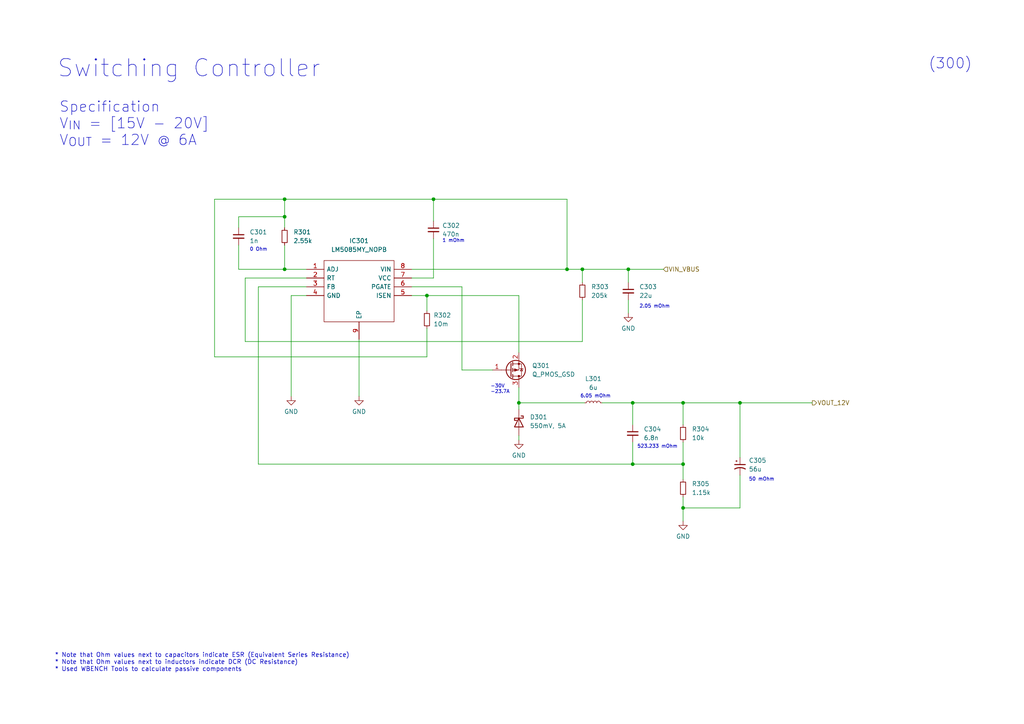
<source format=kicad_sch>
(kicad_sch (version 20211123) (generator eeschema)
  (paper "A4")
  (title_block (date "2022-10-30") (rev "HULA - 0.2") (company "Alexander S. Adranly"))
  (lib_symbols
    (symbol "Device:C_Polarized_Small_US" (pin_numbers hide) (pin_names (offset 0.254) hide)
      (property "Reference" "C" (at 0.254 1.778 0))
      (property "Value" "C_Polarized_Small_US" (at 0.254 -2.032 0))
      (symbol "C_Polarized_Small_US_0_1"
        (polyline (pts (xy -1.524 0.508) (xy 1.524 0.508)) (stroke (width 0.3048)))
        (polyline (pts (xy -1.27 1.524) (xy -0.762 1.524)))
        (polyline (pts (xy -1.016 1.27) (xy -1.016 1.778)))
        (arc (start 1.524 -0.762) (mid 0 -0.3734) (end -1.524 -0.762) (stroke (width 0.3048)))
      )
      (symbol "C_Polarized_Small_US_1_1"
        (pin passive line (at 0 2.54 270) (length 2.032) (name "~") (number "1"))
        (pin passive line (at 0 -2.54 90) (length 2.032) (name "~") (number "2"))
      )
    )
    (symbol "Device:C_Small" (pin_numbers hide) (pin_names (offset 0.254) hide)
      (property "Reference" "C" (at 0.254 1.778 0))
      (property "Value" "C_Small" (at 0.254 -2.032 0))
      (symbol "C_Small_0_1"
        (polyline (pts (xy -1.524 -0.508) (xy 1.524 -0.508)) (stroke (width 0.3302)))
        (polyline (pts (xy -1.524 0.508) (xy 1.524 0.508)) (stroke (width 0.3048)))
      )
      (symbol "C_Small_1_1"
        (pin passive line (at 0 2.54 270) (length 2.032) (name "~") (number "1"))
        (pin passive line (at 0 -2.54 90) (length 2.032) (name "~") (number "2"))
      )
    )
    (symbol "Device:D_Schottky" (pin_numbers hide) (pin_names (offset 1.016) hide)
      (property "Reference" "D" (at 0 2.54 0))
      (property "Value" "D_Schottky" (at 0 -2.54 0))
      (symbol "D_Schottky_0_1"
        (polyline (pts (xy 1.27 0) (xy -1.27 0)))
        (polyline (pts (xy 1.27 1.27) (xy 1.27 -1.27) (xy -1.27 0) (xy 1.27 1.27)) (stroke (width 0.254)))
        (polyline (pts (xy -1.905 0.635) (xy -1.905 1.27) (xy -1.27 1.27) (xy -1.27 -1.27) (xy -0.635 -1.27) (xy -0.635 -0.635)) (stroke (width 0.254)))
      )
      (symbol "D_Schottky_1_1"
        (pin passive line (at -3.81 0 0) (length 2.54) (name "K") (number "1"))
        (pin passive line (at 3.81 0 180) (length 2.54) (name "A") (number "2"))
      )
    )
    (symbol "Device:L_Small" (pin_numbers hide) (pin_names (offset 0.254) hide)
      (property "Reference" "L" (at 0.762 1.016 0))
      (property "Value" "L_Small" (at 0.762 -1.016 0))
      (symbol "L_Small_0_1"
        (arc (start 0 -2.032) (mid 0.508 -1.524) (end 0 -1.016))
        (arc (start 0 -1.016) (mid 0.508 -0.508) (end 0 0))
        (arc (start 0 0) (mid 0.508 0.508) (end 0 1.016))
        (arc (start 0 1.016) (mid 0.508 1.524) (end 0 2.032))
      )
      (symbol "L_Small_1_1"
        (pin passive line (at 0 2.54 270) (length 0.508) (name "~") (number "1"))
        (pin passive line (at 0 -2.54 90) (length 0.508) (name "~") (number "2"))
      )
    )
    (symbol "Device:Q_PMOS_GSD" (pin_names (offset 0) hide)
      (property "Reference" "Q" (at 5.08 1.27 0))
      (property "Value" "Q_PMOS_GSD" (at 5.08 -1.27 0))
      (symbol "Q_PMOS_GSD_0_1"
        (polyline (pts (xy 0.254 0) (xy -2.54 0)))
        (polyline (pts (xy 0.254 1.905) (xy 0.254 -1.905)) (stroke (width 0.254)))
        (polyline (pts (xy 0.762 -1.27) (xy 0.762 -2.286)) (stroke (width 0.254)))
        (polyline (pts (xy 0.762 0.508) (xy 0.762 -0.508)) (stroke (width 0.254)))
        (polyline (pts (xy 0.762 2.286) (xy 0.762 1.27)) (stroke (width 0.254)))
        (polyline (pts (xy 2.54 2.54) (xy 2.54 1.778)))
        (polyline (pts (xy 2.54 -2.54) (xy 2.54 0) (xy 0.762 0)))
        (polyline (pts (xy 0.762 1.778) (xy 3.302 1.778) (xy 3.302 -1.778) (xy 0.762 -1.778)))
        (polyline (pts (xy 2.286 0) (xy 1.27 0.381) (xy 1.27 -0.381) (xy 2.286 0)) (fill (type outline)))
        (polyline (pts (xy 2.794 -0.508) (xy 2.921 -0.381) (xy 3.683 -0.381) (xy 3.81 -0.254)))
        (polyline (pts (xy 3.302 -0.381) (xy 2.921 0.254) (xy 3.683 0.254) (xy 3.302 -0.381)))
        (circle (center 1.651 0) (radius 2.794) (stroke (width 0.254)))
        (circle (center 2.54 -1.778) (radius 0.254) (fill (type outline)))
        (circle (center 2.54 1.778) (radius 0.254) (fill (type outline)))
      )
      (symbol "Q_PMOS_GSD_1_1"
        (pin input line (at -5.08 0 0) (length 2.54) (name "G") (number "1"))
        (pin passive line (at 2.54 -5.08 90) (length 2.54) (name "S") (number "2"))
        (pin passive line (at 2.54 5.08 270) (length 2.54) (name "D") (number "3"))
      )
    )
    (symbol "Device:R_Small" (pin_numbers hide) (pin_names (offset 0.254) hide)
      (property "Reference" "R" (at 0.762 0.508 0))
      (property "Value" "R_Small" (at 0.762 -1.016 0))
      (symbol "R_Small_0_1"
        (rectangle (start -0.762 1.778) (end 0.762 -1.778) (stroke (width 0.2032)))
      )
      (symbol "R_Small_1_1"
        (pin passive line (at 0 2.54 270) (length 0.762) (name "~") (number "1"))
        (pin passive line (at 0 -2.54 90) (length 0.762) (name "~") (number "2"))
      )
    )
    (symbol "SamacSys_Parts:LM5085MY_NOPB" (pin_names (offset 0.762))
      (property "Reference" "IC" (at 26.67 7.62 0))
      (property "Value" "LM5085MY_NOPB" (at 26.67 5.08 0))
      (symbol "LM5085MY_NOPB_0_0"
        (pin passive line (at 0 0 0) (length 5.08) (name "ADJ") (number "1"))
        (pin passive line (at 0 -2.54 0) (length 5.08) (name "RT") (number "2"))
        (pin passive line (at 0 -5.08 0) (length 5.08) (name "FB") (number "3"))
        (pin passive line (at 0 -7.62 0) (length 5.08) (name "GND") (number "4"))
        (pin passive line (at 30.48 -7.62 180) (length 5.08) (name "ISEN") (number "5"))
        (pin passive line (at 30.48 -5.08 180) (length 5.08) (name "PGATE") (number "6"))
        (pin passive line (at 30.48 -2.54 180) (length 5.08) (name "VCC") (number "7"))
        (pin passive line (at 30.48 0 180) (length 5.08) (name "VIN") (number "8"))
        (pin passive line (at 15.24 -20.32 90) (length 5.08) (name "EP") (number "9"))
      )
      (symbol "LM5085MY_NOPB_0_1"
        (polyline (pts (xy 5.08 2.54) (xy 25.4 2.54) (xy 25.4 -15.24) (xy 5.08 -15.24) (xy 5.08 2.54)) (stroke (width 0.1524)))
      )
    )
    (symbol "power:GND" (power) (pin_names (offset 0))
      (property "Value" "GND" (at 0 -3.81 0))
      (symbol "GND_0_1"
        (polyline (pts (xy 0 0) (xy 0 -1.27) (xy 1.27 -1.27) (xy 0 -2.54) (xy -1.27 -1.27) (xy 0 -1.27)))
      )
      (symbol "GND_1_1"
        (pin power_in line (at 0 0 270) (length 0) hide (name "GND") (number "1"))
      )
    )
  )
  (junction (at 123.825 85.725))
  (junction (at 150.495 116.84))
  (junction (at 82.55 57.785))
  (junction (at 168.91 78.105))
  (junction (at 183.515 134.62))
  (junction (at 182.245 78.105))
  (junction (at 82.55 62.865))
  (junction (at 198.12 147.32))
  (junction (at 82.55 78.105))
  (junction (at 183.515 116.84))
  (junction (at 125.73 57.785))
  (junction (at 198.12 116.84))
  (junction (at 214.63 116.84))
  (junction (at 198.12 134.62))
  (junction (at 164.465 78.105))
  (wire (pts (xy 168.91 86.995) (xy 168.91 99.06)))
  (wire (pts (xy 214.63 137.795) (xy 214.63 147.32)))
  (wire (pts (xy 174.625 116.84) (xy 183.515 116.84)))
  (wire (pts (xy 198.12 147.32) (xy 198.12 151.13)))
  (wire (pts (xy 125.73 80.645) (xy 125.73 69.215)))
  (wire (pts (xy 62.23 57.785) (xy 82.55 57.785)))
  (wire (pts (xy 198.12 123.19) (xy 198.12 116.84)))
  (wire (pts (xy 150.495 118.745) (xy 150.495 116.84)))
  (wire (pts (xy 74.93 134.62) (xy 183.515 134.62)))
  (wire (pts (xy 164.465 78.105) (xy 168.91 78.105)))
  (wire (pts (xy 82.55 78.105) (xy 88.9 78.105)))
  (wire (pts (xy 123.825 103.505) (xy 62.23 103.505)))
  (wire (pts (xy 69.215 66.04) (xy 69.215 62.865)))
  (wire (pts (xy 74.93 83.185) (xy 74.93 134.62)))
  (wire (pts (xy 88.9 85.725) (xy 84.455 85.725)))
  (wire (pts (xy 198.12 134.62) (xy 183.515 134.62)))
  (wire (pts (xy 150.495 127.635) (xy 150.495 126.365)))
  (wire (pts (xy 133.985 83.185) (xy 133.985 107.315)))
  (wire (pts (xy 71.12 80.645) (xy 88.9 80.645)))
  (wire (pts (xy 214.63 132.715) (xy 214.63 116.84)))
  (wire (pts (xy 198.12 128.27) (xy 198.12 134.62)))
  (wire (pts (xy 150.495 85.725) (xy 123.825 85.725)))
  (wire (pts (xy 198.12 116.84) (xy 183.515 116.84)))
  (wire (pts (xy 123.825 95.25) (xy 123.825 103.505)))
  (wire (pts (xy 82.55 66.04) (xy 82.55 62.865)))
  (wire (pts (xy 125.73 64.135) (xy 125.73 57.785)))
  (wire (pts (xy 119.38 85.725) (xy 123.825 85.725)))
  (wire (pts (xy 150.495 116.84) (xy 150.495 112.395)))
  (wire (pts (xy 84.455 85.725) (xy 84.455 114.935)))
  (wire (pts (xy 119.38 78.105) (xy 164.465 78.105)))
  (wire (pts (xy 133.985 107.315) (xy 142.875 107.315)))
  (wire (pts (xy 82.55 57.785) (xy 125.73 57.785)))
  (wire (pts (xy 182.245 81.915) (xy 182.245 78.105)))
  (wire (pts (xy 69.215 62.865) (xy 82.55 62.865)))
  (wire (pts (xy 69.215 71.12) (xy 69.215 78.105)))
  (wire (pts (xy 119.38 80.645) (xy 125.73 80.645)))
  (wire (pts (xy 62.23 103.505) (xy 62.23 57.785)))
  (wire (pts (xy 125.73 57.785) (xy 164.465 57.785)))
  (wire (pts (xy 104.14 114.935) (xy 104.14 98.425)))
  (wire (pts (xy 214.63 147.32) (xy 198.12 147.32)))
  (wire (pts (xy 182.245 90.805) (xy 182.245 86.995)))
  (wire (pts (xy 168.91 99.06) (xy 71.12 99.06)))
  (wire (pts (xy 235.585 116.84) (xy 214.63 116.84)))
  (wire (pts (xy 82.55 62.865) (xy 82.55 57.785)))
  (wire (pts (xy 183.515 134.62) (xy 183.515 128.27)))
  (wire (pts (xy 168.91 81.915) (xy 168.91 78.105)))
  (wire (pts (xy 82.55 78.105) (xy 82.55 71.12)))
  (wire (pts (xy 119.38 83.185) (xy 133.985 83.185)))
  (wire (pts (xy 164.465 57.785) (xy 164.465 78.105)))
  (wire (pts (xy 168.91 78.105) (xy 182.245 78.105)))
  (wire (pts (xy 182.245 78.105) (xy 192.405 78.105)))
  (wire (pts (xy 214.63 116.84) (xy 198.12 116.84)))
  (wire (pts (xy 198.12 144.145) (xy 198.12 147.32)))
  (wire (pts (xy 69.215 78.105) (xy 82.55 78.105)))
  (wire (pts (xy 198.12 134.62) (xy 198.12 139.065)))
  (wire (pts (xy 169.545 116.84) (xy 150.495 116.84)))
  (wire (pts (xy 123.825 85.725) (xy 123.825 90.17)))
  (wire (pts (xy 150.495 102.235) (xy 150.495 85.725)))
  (wire (pts (xy 183.515 116.84) (xy 183.515 123.19)))
  (wire (pts (xy 71.12 99.06) (xy 71.12 80.645)))
  (wire (pts (xy 88.9 83.185) (xy 74.93 83.185)))
  (text "6.05 mOhm" (at 168.275 115.57 0) (effects (font (size 1 1)) (justify left bottom)))
  (text "-30V\n-23.7A" (at 142.24 114.3 0) (effects (font (size 1 1)) (justify left bottom)))
  (text "2.05 mOhm" (at 185.42 89.535 0) (effects (font (size 1 1)) (justify left bottom)))
  (text "0 Ohm" (at 72.39 73.025 0) (effects (font (size 1 1)) (justify left bottom)))
  (text "(300)" (at 269.24 20.32 0) (effects (font (size 3 3)) (justify left bottom)))
  (text "Specification\nV_{IN} = [15V - 20V]\nV_{OUT} = 12V @ 6A" (at 17.145 42.545 0) (effects (font (size 3 3)) (justify left bottom)))
  (text "* Note that Ohm values next to capacitors indicate ESR (Equivalent Series Resistance)\n* Note that Ohm values next to inductors indicate DCR (DC Resistance)\n* Used WBENCH Tools to calculate passive components" (at 15.875 194.945 0) (effects (font (size 1.27 1.27)) (justify left bottom)))
  (text "50 mOhm" (at 217.17 139.7 0) (effects (font (size 1 1)) (justify left bottom)))
  (text "1 mOhm" (at 128.27 70.485 0) (effects (font (size 1 1)) (justify left bottom)))
  (text "523.233 mOhm" (at 184.785 130.175 0) (effects (font (size 1 1)) (justify left bottom)))
  (text "Switching Controller" (at 16.51 22.86 0) (effects (font (size 5 5)) (justify left bottom)))
  (hierarchical_label "VIN_VBUS" (shape input) (at 192.405 78.105 0))
  (hierarchical_label "VOUT_12V" (shape output) (at 235.585 116.84 0))
  (symbol (lib_id "power:GND") (at 84.455 114.935 0) (unit 1)
    (property "Reference" "#PWR017" (effects hide))
    (property "Value" "GND" (at 84.455 119.38 0))
  )
  (symbol (lib_id "Device:L_Small") (at 172.085 116.84 90) (unit 1)
    (property "Reference" "L301" (at 172.085 109.855 90))
    (property "Value" "6u" (at 172.085 112.395 90))
  )
  (symbol (lib_id "SamacSys_Parts:LM5085MY_NOPB") (at 88.9 78.105 0) (unit 1)
    (property "Reference" "IC301" (at 104.14 69.85 0))
    (property "Value" "LM5085MY_NOPB" (at 104.14 72.39 0))
    (property "Footprint" "SOP65P490X109-9N" (effects hide))
    (property "Datasheet" "http://www.ti.com/lit/gpn/lm5085" (effects hide))
    (property "Description" "Texas Instruments LM5085MY/NOPB, DC-DC Controller, 10A, 75 V Step-Down, 1 MHz, 8-Pin, MSOP" (effects hide))
    (property "Height" "1.09" (effects hide))
    (property "Mouser Part Number" "926-LM5085MY/NOPB" (effects hide))
    (property "Mouser Price/Stock" "https://www.mouser.co.uk/ProductDetail/Texas-Instruments/LM5085MY-NOPB?qs=QbsRYf82W3GFKIepHnw0Ug%3D%3D" (effects hide))
    (property "Manufacturer_Name" "Texas Instruments" (effects hide))
    (property "Manufacturer_Part_Number" "LM5085MY/NOPB" (effects hide))
  )
  (symbol (lib_id "Device:C_Small") (at 182.245 84.455 0) (unit 1)
    (property "Reference" "C303" (at 185.42 83.1912 0) (effects (justify left)))
    (property "Value" "22u" (at 185.42 85.7312 0) (effects (justify left)))
  )
  (symbol (lib_id "Device:Q_PMOS_GSD") (at 147.955 107.315 0) (mirror x) (unit 1)
    (property "Reference" "Q301" (at 154.305 106.0449 0) (effects (justify left)))
    (property "Value" "Q_PMOS_GSD" (at 154.305 108.5849 0) (effects (justify left)))
  )
  (symbol (lib_id "Device:C_Small") (at 69.215 68.58 0) (unit 1)
    (property "Reference" "C301" (at 72.39 67.3162 0) (effects (justify left)))
    (property "Value" "1n" (at 72.39 69.8562 0) (effects (justify left)))
  )
  (symbol (lib_id "power:GND") (at 150.495 127.635 0) (unit 1)
    (property "Reference" "#PWR020" (effects hide))
    (property "Value" "GND" (at 150.495 132.08 0))
  )
  (symbol (lib_id "power:GND") (at 198.12 151.13 0) (unit 1)
    (property "Reference" "#PWR022" (effects hide))
    (property "Value" "GND" (at 198.12 155.575 0))
  )
  (symbol (lib_id "Device:R_Small") (at 198.12 141.605 0) (unit 1)
    (property "Reference" "R305" (at 200.66 140.3349 0) (effects (justify left)))
    (property "Value" "1.15k" (at 200.66 142.8749 0) (effects (justify left)))
  )
  (symbol (lib_id "Device:R_Small") (at 198.12 125.73 0) (unit 1)
    (property "Reference" "R304" (at 200.66 124.4599 0) (effects (justify left)))
    (property "Value" "10k" (at 200.66 126.9999 0) (effects (justify left)))
  )
  (symbol (lib_id "Device:R_Small") (at 168.91 84.455 0) (unit 1)
    (property "Reference" "R303" (at 171.45 83.1849 0) (effects (justify left)))
    (property "Value" "205k" (at 171.45 85.7249 0) (effects (justify left)))
  )
  (symbol (lib_id "Device:C_Small") (at 125.73 66.675 0) (unit 1)
    (property "Reference" "C302" (at 128.27 65.4112 0) (effects (justify left)))
    (property "Value" "470n" (at 128.27 67.9512 0) (effects (justify left)))
  )
  (symbol (lib_id "Device:C_Polarized_Small_US") (at 214.63 135.255 0) (unit 1)
    (property "Reference" "C305" (at 217.17 133.5531 0) (effects (justify left)))
    (property "Value" "56u" (at 217.17 136.0931 0) (effects (justify left)))
  )
  (symbol (lib_id "power:GND") (at 182.245 90.805 0) (unit 1)
    (property "Reference" "#PWR021" (effects hide))
    (property "Value" "GND" (at 182.245 95.25 0))
  )
  (symbol (lib_id "Device:D_Schottky") (at 150.495 122.555 270) (unit 1)
    (property "Reference" "D301" (at 153.67 120.9674 90) (effects (justify left)))
    (property "Value" "550mV, 5A" (at 153.67 123.5074 90) (effects (justify left)))
  )
  (symbol (lib_id "Device:R_Small") (at 82.55 68.58 0) (unit 1)
    (property "Reference" "R301" (at 85.09 67.3099 0) (effects (justify left)))
    (property "Value" "2.55k" (at 85.09 69.8499 0) (effects (justify left)))
  )
  (symbol (lib_id "power:GND") (at 104.14 114.935 0) (unit 1)
    (property "Reference" "#PWR019" (effects hide))
    (property "Value" "GND" (at 104.14 119.38 0))
  )
  (symbol (lib_id "Device:C_Small") (at 183.515 125.73 0) (unit 1)
    (property "Reference" "C304" (at 186.69 124.4662 0) (effects (justify left)))
    (property "Value" "6.8n" (at 186.69 127.0062 0) (effects (justify left)))
  )
  (symbol (lib_id "Device:R_Small") (at 123.825 92.71 0) (unit 1)
    (property "Reference" "R302" (at 125.73 91.4399 0) (effects (justify left)))
    (property "Value" "10m" (at 125.73 93.9799 0) (effects (justify left)))
  )
)
</source>
